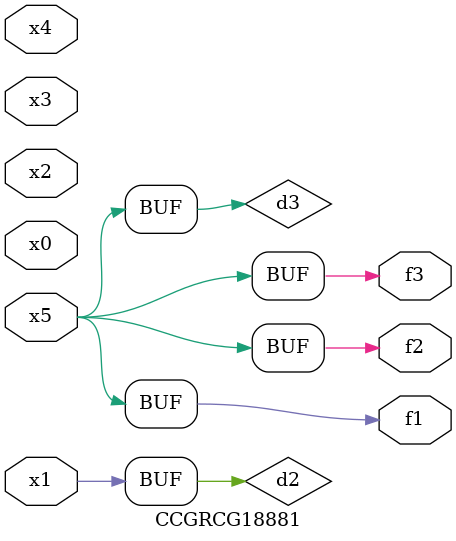
<source format=v>
module CCGRCG18881(
	input x0, x1, x2, x3, x4, x5,
	output f1, f2, f3
);

	wire d1, d2, d3;

	not (d1, x5);
	or (d2, x1);
	xnor (d3, d1);
	assign f1 = d3;
	assign f2 = d3;
	assign f3 = d3;
endmodule

</source>
